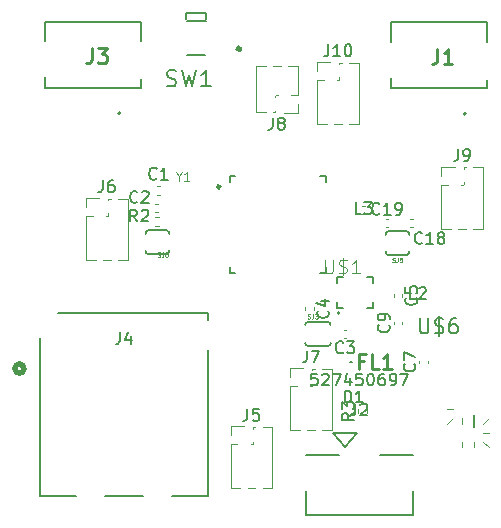
<source format=gbr>
%TF.GenerationSoftware,KiCad,Pcbnew,7.0.1*%
%TF.CreationDate,2023-05-03T15:55:27+02:00*%
%TF.ProjectId,board,626f6172-642e-46b6-9963-61645f706362,rev?*%
%TF.SameCoordinates,Original*%
%TF.FileFunction,Legend,Top*%
%TF.FilePolarity,Positive*%
%FSLAX46Y46*%
G04 Gerber Fmt 4.6, Leading zero omitted, Abs format (unit mm)*
G04 Created by KiCad (PCBNEW 7.0.1) date 2023-05-03 15:55:27*
%MOMM*%
%LPD*%
G01*
G04 APERTURE LIST*
%ADD10C,0.150000*%
%ADD11C,0.065024*%
%ADD12C,0.254000*%
%ADD13C,0.032512*%
%ADD14C,0.101600*%
%ADD15C,0.100000*%
%ADD16C,0.200000*%
%ADD17C,0.120000*%
%ADD18C,0.203200*%
%ADD19C,0.152400*%
%ADD20C,0.127000*%
%ADD21C,0.406400*%
%ADD22C,0.300000*%
%ADD23C,0.508000*%
G04 APERTURE END LIST*
D10*
%TO.C,U$6*%
X250227618Y-86242526D02*
X250227618Y-87270621D01*
X250227618Y-87270621D02*
X250288095Y-87391573D01*
X250288095Y-87391573D02*
X250348571Y-87452050D01*
X250348571Y-87452050D02*
X250469523Y-87512526D01*
X250469523Y-87512526D02*
X250711428Y-87512526D01*
X250711428Y-87512526D02*
X250832380Y-87452050D01*
X250832380Y-87452050D02*
X250892857Y-87391573D01*
X250892857Y-87391573D02*
X250953333Y-87270621D01*
X250953333Y-87270621D02*
X250953333Y-86242526D01*
X251497618Y-87452050D02*
X251679047Y-87512526D01*
X251679047Y-87512526D02*
X251981428Y-87512526D01*
X251981428Y-87512526D02*
X252102380Y-87452050D01*
X252102380Y-87452050D02*
X252162856Y-87391573D01*
X252162856Y-87391573D02*
X252223333Y-87270621D01*
X252223333Y-87270621D02*
X252223333Y-87149669D01*
X252223333Y-87149669D02*
X252162856Y-87028716D01*
X252162856Y-87028716D02*
X252102380Y-86968240D01*
X252102380Y-86968240D02*
X251981428Y-86907764D01*
X251981428Y-86907764D02*
X251739523Y-86847288D01*
X251739523Y-86847288D02*
X251618571Y-86786811D01*
X251618571Y-86786811D02*
X251558094Y-86726335D01*
X251558094Y-86726335D02*
X251497618Y-86605383D01*
X251497618Y-86605383D02*
X251497618Y-86484430D01*
X251497618Y-86484430D02*
X251558094Y-86363478D01*
X251558094Y-86363478D02*
X251618571Y-86303002D01*
X251618571Y-86303002D02*
X251739523Y-86242526D01*
X251739523Y-86242526D02*
X252041904Y-86242526D01*
X252041904Y-86242526D02*
X252223333Y-86303002D01*
X251860475Y-86061097D02*
X251860475Y-87693954D01*
X253311904Y-86242526D02*
X253069999Y-86242526D01*
X253069999Y-86242526D02*
X252949047Y-86303002D01*
X252949047Y-86303002D02*
X252888571Y-86363478D01*
X252888571Y-86363478D02*
X252767618Y-86544907D01*
X252767618Y-86544907D02*
X252707142Y-86786811D01*
X252707142Y-86786811D02*
X252707142Y-87270621D01*
X252707142Y-87270621D02*
X252767618Y-87391573D01*
X252767618Y-87391573D02*
X252828095Y-87452050D01*
X252828095Y-87452050D02*
X252949047Y-87512526D01*
X252949047Y-87512526D02*
X253190952Y-87512526D01*
X253190952Y-87512526D02*
X253311904Y-87452050D01*
X253311904Y-87452050D02*
X253372380Y-87391573D01*
X253372380Y-87391573D02*
X253432857Y-87270621D01*
X253432857Y-87270621D02*
X253432857Y-86968240D01*
X253432857Y-86968240D02*
X253372380Y-86847288D01*
X253372380Y-86847288D02*
X253311904Y-86786811D01*
X253311904Y-86786811D02*
X253190952Y-86726335D01*
X253190952Y-86726335D02*
X252949047Y-86726335D01*
X252949047Y-86726335D02*
X252828095Y-86786811D01*
X252828095Y-86786811D02*
X252767618Y-86847288D01*
X252767618Y-86847288D02*
X252707142Y-86968240D01*
%TO.C,C4*%
X242427380Y-85591666D02*
X242475000Y-85639285D01*
X242475000Y-85639285D02*
X242522619Y-85782142D01*
X242522619Y-85782142D02*
X242522619Y-85877380D01*
X242522619Y-85877380D02*
X242475000Y-86020237D01*
X242475000Y-86020237D02*
X242379761Y-86115475D01*
X242379761Y-86115475D02*
X242284523Y-86163094D01*
X242284523Y-86163094D02*
X242094047Y-86210713D01*
X242094047Y-86210713D02*
X241951190Y-86210713D01*
X241951190Y-86210713D02*
X241760714Y-86163094D01*
X241760714Y-86163094D02*
X241665476Y-86115475D01*
X241665476Y-86115475D02*
X241570238Y-86020237D01*
X241570238Y-86020237D02*
X241522619Y-85877380D01*
X241522619Y-85877380D02*
X241522619Y-85782142D01*
X241522619Y-85782142D02*
X241570238Y-85639285D01*
X241570238Y-85639285D02*
X241617857Y-85591666D01*
X241855952Y-84734523D02*
X242522619Y-84734523D01*
X241475000Y-84972618D02*
X242189285Y-85210713D01*
X242189285Y-85210713D02*
X242189285Y-84591666D01*
D11*
%TO.C,Y1*%
X229820475Y-74227403D02*
X229820475Y-74583487D01*
X229571216Y-73835711D02*
X229820475Y-74227403D01*
X229820475Y-74227403D02*
X230069734Y-73835711D01*
X230710685Y-74583487D02*
X230283384Y-74583487D01*
X230497034Y-74583487D02*
X230497034Y-73835711D01*
X230497034Y-73835711D02*
X230425818Y-73942536D01*
X230425818Y-73942536D02*
X230354601Y-74013753D01*
X230354601Y-74013753D02*
X230283384Y-74049361D01*
D12*
%TO.C,J1*%
X251716757Y-63430556D02*
X251716757Y-64337699D01*
X251716757Y-64337699D02*
X251656280Y-64519127D01*
X251656280Y-64519127D02*
X251535328Y-64640080D01*
X251535328Y-64640080D02*
X251353899Y-64700556D01*
X251353899Y-64700556D02*
X251232947Y-64700556D01*
X252986757Y-64700556D02*
X252261042Y-64700556D01*
X252623899Y-64700556D02*
X252623899Y-63430556D01*
X252623899Y-63430556D02*
X252502947Y-63611984D01*
X252502947Y-63611984D02*
X252381995Y-63732937D01*
X252381995Y-63732937D02*
X252261042Y-63793413D01*
D10*
%TO.C,C18*%
X250407142Y-79842380D02*
X250359523Y-79890000D01*
X250359523Y-79890000D02*
X250216666Y-79937619D01*
X250216666Y-79937619D02*
X250121428Y-79937619D01*
X250121428Y-79937619D02*
X249978571Y-79890000D01*
X249978571Y-79890000D02*
X249883333Y-79794761D01*
X249883333Y-79794761D02*
X249835714Y-79699523D01*
X249835714Y-79699523D02*
X249788095Y-79509047D01*
X249788095Y-79509047D02*
X249788095Y-79366190D01*
X249788095Y-79366190D02*
X249835714Y-79175714D01*
X249835714Y-79175714D02*
X249883333Y-79080476D01*
X249883333Y-79080476D02*
X249978571Y-78985238D01*
X249978571Y-78985238D02*
X250121428Y-78937619D01*
X250121428Y-78937619D02*
X250216666Y-78937619D01*
X250216666Y-78937619D02*
X250359523Y-78985238D01*
X250359523Y-78985238D02*
X250407142Y-79032857D01*
X251359523Y-79937619D02*
X250788095Y-79937619D01*
X251073809Y-79937619D02*
X251073809Y-78937619D01*
X251073809Y-78937619D02*
X250978571Y-79080476D01*
X250978571Y-79080476D02*
X250883333Y-79175714D01*
X250883333Y-79175714D02*
X250788095Y-79223333D01*
X251930952Y-79366190D02*
X251835714Y-79318571D01*
X251835714Y-79318571D02*
X251788095Y-79270952D01*
X251788095Y-79270952D02*
X251740476Y-79175714D01*
X251740476Y-79175714D02*
X251740476Y-79128095D01*
X251740476Y-79128095D02*
X251788095Y-79032857D01*
X251788095Y-79032857D02*
X251835714Y-78985238D01*
X251835714Y-78985238D02*
X251930952Y-78937619D01*
X251930952Y-78937619D02*
X252121428Y-78937619D01*
X252121428Y-78937619D02*
X252216666Y-78985238D01*
X252216666Y-78985238D02*
X252264285Y-79032857D01*
X252264285Y-79032857D02*
X252311904Y-79128095D01*
X252311904Y-79128095D02*
X252311904Y-79175714D01*
X252311904Y-79175714D02*
X252264285Y-79270952D01*
X252264285Y-79270952D02*
X252216666Y-79318571D01*
X252216666Y-79318571D02*
X252121428Y-79366190D01*
X252121428Y-79366190D02*
X251930952Y-79366190D01*
X251930952Y-79366190D02*
X251835714Y-79413809D01*
X251835714Y-79413809D02*
X251788095Y-79461428D01*
X251788095Y-79461428D02*
X251740476Y-79556666D01*
X251740476Y-79556666D02*
X251740476Y-79747142D01*
X251740476Y-79747142D02*
X251788095Y-79842380D01*
X251788095Y-79842380D02*
X251835714Y-79890000D01*
X251835714Y-79890000D02*
X251930952Y-79937619D01*
X251930952Y-79937619D02*
X252121428Y-79937619D01*
X252121428Y-79937619D02*
X252216666Y-79890000D01*
X252216666Y-79890000D02*
X252264285Y-79842380D01*
X252264285Y-79842380D02*
X252311904Y-79747142D01*
X252311904Y-79747142D02*
X252311904Y-79556666D01*
X252311904Y-79556666D02*
X252264285Y-79461428D01*
X252264285Y-79461428D02*
X252216666Y-79413809D01*
X252216666Y-79413809D02*
X252121428Y-79366190D01*
%TO.C,C9*%
X247582380Y-86791666D02*
X247630000Y-86839285D01*
X247630000Y-86839285D02*
X247677619Y-86982142D01*
X247677619Y-86982142D02*
X247677619Y-87077380D01*
X247677619Y-87077380D02*
X247630000Y-87220237D01*
X247630000Y-87220237D02*
X247534761Y-87315475D01*
X247534761Y-87315475D02*
X247439523Y-87363094D01*
X247439523Y-87363094D02*
X247249047Y-87410713D01*
X247249047Y-87410713D02*
X247106190Y-87410713D01*
X247106190Y-87410713D02*
X246915714Y-87363094D01*
X246915714Y-87363094D02*
X246820476Y-87315475D01*
X246820476Y-87315475D02*
X246725238Y-87220237D01*
X246725238Y-87220237D02*
X246677619Y-87077380D01*
X246677619Y-87077380D02*
X246677619Y-86982142D01*
X246677619Y-86982142D02*
X246725238Y-86839285D01*
X246725238Y-86839285D02*
X246772857Y-86791666D01*
X247677619Y-86315475D02*
X247677619Y-86124999D01*
X247677619Y-86124999D02*
X247630000Y-86029761D01*
X247630000Y-86029761D02*
X247582380Y-85982142D01*
X247582380Y-85982142D02*
X247439523Y-85886904D01*
X247439523Y-85886904D02*
X247249047Y-85839285D01*
X247249047Y-85839285D02*
X246868095Y-85839285D01*
X246868095Y-85839285D02*
X246772857Y-85886904D01*
X246772857Y-85886904D02*
X246725238Y-85934523D01*
X246725238Y-85934523D02*
X246677619Y-86029761D01*
X246677619Y-86029761D02*
X246677619Y-86220237D01*
X246677619Y-86220237D02*
X246725238Y-86315475D01*
X246725238Y-86315475D02*
X246772857Y-86363094D01*
X246772857Y-86363094D02*
X246868095Y-86410713D01*
X246868095Y-86410713D02*
X247106190Y-86410713D01*
X247106190Y-86410713D02*
X247201428Y-86363094D01*
X247201428Y-86363094D02*
X247249047Y-86315475D01*
X247249047Y-86315475D02*
X247296666Y-86220237D01*
X247296666Y-86220237D02*
X247296666Y-86029761D01*
X247296666Y-86029761D02*
X247249047Y-85934523D01*
X247249047Y-85934523D02*
X247201428Y-85886904D01*
X247201428Y-85886904D02*
X247106190Y-85839285D01*
%TO.C,D1*%
X243861905Y-93362619D02*
X243861905Y-92362619D01*
X243861905Y-92362619D02*
X244100000Y-92362619D01*
X244100000Y-92362619D02*
X244242857Y-92410238D01*
X244242857Y-92410238D02*
X244338095Y-92505476D01*
X244338095Y-92505476D02*
X244385714Y-92600714D01*
X244385714Y-92600714D02*
X244433333Y-92791190D01*
X244433333Y-92791190D02*
X244433333Y-92934047D01*
X244433333Y-92934047D02*
X244385714Y-93124523D01*
X244385714Y-93124523D02*
X244338095Y-93219761D01*
X244338095Y-93219761D02*
X244242857Y-93315000D01*
X244242857Y-93315000D02*
X244100000Y-93362619D01*
X244100000Y-93362619D02*
X243861905Y-93362619D01*
X245385714Y-93362619D02*
X244814286Y-93362619D01*
X245100000Y-93362619D02*
X245100000Y-92362619D01*
X245100000Y-92362619D02*
X245004762Y-92505476D01*
X245004762Y-92505476D02*
X244909524Y-92600714D01*
X244909524Y-92600714D02*
X244814286Y-92648333D01*
D12*
%TO.C,J3*%
X222466757Y-63380556D02*
X222466757Y-64287699D01*
X222466757Y-64287699D02*
X222406280Y-64469127D01*
X222406280Y-64469127D02*
X222285328Y-64590080D01*
X222285328Y-64590080D02*
X222103899Y-64650556D01*
X222103899Y-64650556D02*
X221982947Y-64650556D01*
X222950566Y-63380556D02*
X223736757Y-63380556D01*
X223736757Y-63380556D02*
X223313423Y-63864365D01*
X223313423Y-63864365D02*
X223494852Y-63864365D01*
X223494852Y-63864365D02*
X223615804Y-63924841D01*
X223615804Y-63924841D02*
X223676280Y-63985318D01*
X223676280Y-63985318D02*
X223736757Y-64106270D01*
X223736757Y-64106270D02*
X223736757Y-64408651D01*
X223736757Y-64408651D02*
X223676280Y-64529603D01*
X223676280Y-64529603D02*
X223615804Y-64590080D01*
X223615804Y-64590080D02*
X223494852Y-64650556D01*
X223494852Y-64650556D02*
X223131995Y-64650556D01*
X223131995Y-64650556D02*
X223011042Y-64590080D01*
X223011042Y-64590080D02*
X222950566Y-64529603D01*
D10*
%TO.C,C2*%
X226308333Y-76367380D02*
X226260714Y-76415000D01*
X226260714Y-76415000D02*
X226117857Y-76462619D01*
X226117857Y-76462619D02*
X226022619Y-76462619D01*
X226022619Y-76462619D02*
X225879762Y-76415000D01*
X225879762Y-76415000D02*
X225784524Y-76319761D01*
X225784524Y-76319761D02*
X225736905Y-76224523D01*
X225736905Y-76224523D02*
X225689286Y-76034047D01*
X225689286Y-76034047D02*
X225689286Y-75891190D01*
X225689286Y-75891190D02*
X225736905Y-75700714D01*
X225736905Y-75700714D02*
X225784524Y-75605476D01*
X225784524Y-75605476D02*
X225879762Y-75510238D01*
X225879762Y-75510238D02*
X226022619Y-75462619D01*
X226022619Y-75462619D02*
X226117857Y-75462619D01*
X226117857Y-75462619D02*
X226260714Y-75510238D01*
X226260714Y-75510238D02*
X226308333Y-75557857D01*
X226689286Y-75557857D02*
X226736905Y-75510238D01*
X226736905Y-75510238D02*
X226832143Y-75462619D01*
X226832143Y-75462619D02*
X227070238Y-75462619D01*
X227070238Y-75462619D02*
X227165476Y-75510238D01*
X227165476Y-75510238D02*
X227213095Y-75557857D01*
X227213095Y-75557857D02*
X227260714Y-75653095D01*
X227260714Y-75653095D02*
X227260714Y-75748333D01*
X227260714Y-75748333D02*
X227213095Y-75891190D01*
X227213095Y-75891190D02*
X226641667Y-76462619D01*
X226641667Y-76462619D02*
X227260714Y-76462619D01*
D13*
%TO.C,SJ3*%
X240718716Y-86241440D02*
X240772129Y-86259244D01*
X240772129Y-86259244D02*
X240861150Y-86259244D01*
X240861150Y-86259244D02*
X240896758Y-86241440D01*
X240896758Y-86241440D02*
X240914562Y-86223635D01*
X240914562Y-86223635D02*
X240932367Y-86188027D01*
X240932367Y-86188027D02*
X240932367Y-86152419D01*
X240932367Y-86152419D02*
X240914562Y-86116810D01*
X240914562Y-86116810D02*
X240896758Y-86099006D01*
X240896758Y-86099006D02*
X240861150Y-86081202D01*
X240861150Y-86081202D02*
X240789933Y-86063398D01*
X240789933Y-86063398D02*
X240754325Y-86045593D01*
X240754325Y-86045593D02*
X240736520Y-86027789D01*
X240736520Y-86027789D02*
X240718716Y-85992181D01*
X240718716Y-85992181D02*
X240718716Y-85956572D01*
X240718716Y-85956572D02*
X240736520Y-85920964D01*
X240736520Y-85920964D02*
X240754325Y-85903160D01*
X240754325Y-85903160D02*
X240789933Y-85885356D01*
X240789933Y-85885356D02*
X240878954Y-85885356D01*
X240878954Y-85885356D02*
X240932367Y-85903160D01*
X241199430Y-85885356D02*
X241199430Y-86152419D01*
X241199430Y-86152419D02*
X241181625Y-86205831D01*
X241181625Y-86205831D02*
X241146017Y-86241440D01*
X241146017Y-86241440D02*
X241092604Y-86259244D01*
X241092604Y-86259244D02*
X241056996Y-86259244D01*
X241341863Y-85885356D02*
X241573318Y-85885356D01*
X241573318Y-85885356D02*
X241448688Y-86027789D01*
X241448688Y-86027789D02*
X241502101Y-86027789D01*
X241502101Y-86027789D02*
X241537709Y-86045593D01*
X241537709Y-86045593D02*
X241555513Y-86063398D01*
X241555513Y-86063398D02*
X241573318Y-86099006D01*
X241573318Y-86099006D02*
X241573318Y-86188027D01*
X241573318Y-86188027D02*
X241555513Y-86223635D01*
X241555513Y-86223635D02*
X241537709Y-86241440D01*
X241537709Y-86241440D02*
X241502101Y-86259244D01*
X241502101Y-86259244D02*
X241395276Y-86259244D01*
X241395276Y-86259244D02*
X241359667Y-86241440D01*
X241359667Y-86241440D02*
X241341863Y-86223635D01*
D10*
%TO.C,J8*%
X237781666Y-69257619D02*
X237781666Y-69971904D01*
X237781666Y-69971904D02*
X237734047Y-70114761D01*
X237734047Y-70114761D02*
X237638809Y-70210000D01*
X237638809Y-70210000D02*
X237495952Y-70257619D01*
X237495952Y-70257619D02*
X237400714Y-70257619D01*
X238400714Y-69686190D02*
X238305476Y-69638571D01*
X238305476Y-69638571D02*
X238257857Y-69590952D01*
X238257857Y-69590952D02*
X238210238Y-69495714D01*
X238210238Y-69495714D02*
X238210238Y-69448095D01*
X238210238Y-69448095D02*
X238257857Y-69352857D01*
X238257857Y-69352857D02*
X238305476Y-69305238D01*
X238305476Y-69305238D02*
X238400714Y-69257619D01*
X238400714Y-69257619D02*
X238591190Y-69257619D01*
X238591190Y-69257619D02*
X238686428Y-69305238D01*
X238686428Y-69305238D02*
X238734047Y-69352857D01*
X238734047Y-69352857D02*
X238781666Y-69448095D01*
X238781666Y-69448095D02*
X238781666Y-69495714D01*
X238781666Y-69495714D02*
X238734047Y-69590952D01*
X238734047Y-69590952D02*
X238686428Y-69638571D01*
X238686428Y-69638571D02*
X238591190Y-69686190D01*
X238591190Y-69686190D02*
X238400714Y-69686190D01*
X238400714Y-69686190D02*
X238305476Y-69733809D01*
X238305476Y-69733809D02*
X238257857Y-69781428D01*
X238257857Y-69781428D02*
X238210238Y-69876666D01*
X238210238Y-69876666D02*
X238210238Y-70067142D01*
X238210238Y-70067142D02*
X238257857Y-70162380D01*
X238257857Y-70162380D02*
X238305476Y-70210000D01*
X238305476Y-70210000D02*
X238400714Y-70257619D01*
X238400714Y-70257619D02*
X238591190Y-70257619D01*
X238591190Y-70257619D02*
X238686428Y-70210000D01*
X238686428Y-70210000D02*
X238734047Y-70162380D01*
X238734047Y-70162380D02*
X238781666Y-70067142D01*
X238781666Y-70067142D02*
X238781666Y-69876666D01*
X238781666Y-69876666D02*
X238734047Y-69781428D01*
X238734047Y-69781428D02*
X238686428Y-69733809D01*
X238686428Y-69733809D02*
X238591190Y-69686190D01*
%TO.C,R3*%
X244642619Y-94266666D02*
X244166428Y-94599999D01*
X244642619Y-94838094D02*
X243642619Y-94838094D01*
X243642619Y-94838094D02*
X243642619Y-94457142D01*
X243642619Y-94457142D02*
X243690238Y-94361904D01*
X243690238Y-94361904D02*
X243737857Y-94314285D01*
X243737857Y-94314285D02*
X243833095Y-94266666D01*
X243833095Y-94266666D02*
X243975952Y-94266666D01*
X243975952Y-94266666D02*
X244071190Y-94314285D01*
X244071190Y-94314285D02*
X244118809Y-94361904D01*
X244118809Y-94361904D02*
X244166428Y-94457142D01*
X244166428Y-94457142D02*
X244166428Y-94838094D01*
X243642619Y-93933332D02*
X243642619Y-93314285D01*
X243642619Y-93314285D02*
X244023571Y-93647618D01*
X244023571Y-93647618D02*
X244023571Y-93504761D01*
X244023571Y-93504761D02*
X244071190Y-93409523D01*
X244071190Y-93409523D02*
X244118809Y-93361904D01*
X244118809Y-93361904D02*
X244214047Y-93314285D01*
X244214047Y-93314285D02*
X244452142Y-93314285D01*
X244452142Y-93314285D02*
X244547380Y-93361904D01*
X244547380Y-93361904D02*
X244595000Y-93409523D01*
X244595000Y-93409523D02*
X244642619Y-93504761D01*
X244642619Y-93504761D02*
X244642619Y-93790475D01*
X244642619Y-93790475D02*
X244595000Y-93885713D01*
X244595000Y-93885713D02*
X244547380Y-93933332D01*
%TO.C,J2*%
X244766666Y-93462619D02*
X244766666Y-94176904D01*
X244766666Y-94176904D02*
X244719047Y-94319761D01*
X244719047Y-94319761D02*
X244623809Y-94415000D01*
X244623809Y-94415000D02*
X244480952Y-94462619D01*
X244480952Y-94462619D02*
X244385714Y-94462619D01*
X245195238Y-93557857D02*
X245242857Y-93510238D01*
X245242857Y-93510238D02*
X245338095Y-93462619D01*
X245338095Y-93462619D02*
X245576190Y-93462619D01*
X245576190Y-93462619D02*
X245671428Y-93510238D01*
X245671428Y-93510238D02*
X245719047Y-93557857D01*
X245719047Y-93557857D02*
X245766666Y-93653095D01*
X245766666Y-93653095D02*
X245766666Y-93748333D01*
X245766666Y-93748333D02*
X245719047Y-93891190D01*
X245719047Y-93891190D02*
X245147619Y-94462619D01*
X245147619Y-94462619D02*
X245766666Y-94462619D01*
X241528571Y-90922619D02*
X241052381Y-90922619D01*
X241052381Y-90922619D02*
X241004762Y-91398809D01*
X241004762Y-91398809D02*
X241052381Y-91351190D01*
X241052381Y-91351190D02*
X241147619Y-91303571D01*
X241147619Y-91303571D02*
X241385714Y-91303571D01*
X241385714Y-91303571D02*
X241480952Y-91351190D01*
X241480952Y-91351190D02*
X241528571Y-91398809D01*
X241528571Y-91398809D02*
X241576190Y-91494047D01*
X241576190Y-91494047D02*
X241576190Y-91732142D01*
X241576190Y-91732142D02*
X241528571Y-91827380D01*
X241528571Y-91827380D02*
X241480952Y-91875000D01*
X241480952Y-91875000D02*
X241385714Y-91922619D01*
X241385714Y-91922619D02*
X241147619Y-91922619D01*
X241147619Y-91922619D02*
X241052381Y-91875000D01*
X241052381Y-91875000D02*
X241004762Y-91827380D01*
X241957143Y-91017857D02*
X242004762Y-90970238D01*
X242004762Y-90970238D02*
X242100000Y-90922619D01*
X242100000Y-90922619D02*
X242338095Y-90922619D01*
X242338095Y-90922619D02*
X242433333Y-90970238D01*
X242433333Y-90970238D02*
X242480952Y-91017857D01*
X242480952Y-91017857D02*
X242528571Y-91113095D01*
X242528571Y-91113095D02*
X242528571Y-91208333D01*
X242528571Y-91208333D02*
X242480952Y-91351190D01*
X242480952Y-91351190D02*
X241909524Y-91922619D01*
X241909524Y-91922619D02*
X242528571Y-91922619D01*
X242861905Y-90922619D02*
X243528571Y-90922619D01*
X243528571Y-90922619D02*
X243100000Y-91922619D01*
X244338095Y-91255952D02*
X244338095Y-91922619D01*
X244100000Y-90875000D02*
X243861905Y-91589285D01*
X243861905Y-91589285D02*
X244480952Y-91589285D01*
X245338095Y-90922619D02*
X244861905Y-90922619D01*
X244861905Y-90922619D02*
X244814286Y-91398809D01*
X244814286Y-91398809D02*
X244861905Y-91351190D01*
X244861905Y-91351190D02*
X244957143Y-91303571D01*
X244957143Y-91303571D02*
X245195238Y-91303571D01*
X245195238Y-91303571D02*
X245290476Y-91351190D01*
X245290476Y-91351190D02*
X245338095Y-91398809D01*
X245338095Y-91398809D02*
X245385714Y-91494047D01*
X245385714Y-91494047D02*
X245385714Y-91732142D01*
X245385714Y-91732142D02*
X245338095Y-91827380D01*
X245338095Y-91827380D02*
X245290476Y-91875000D01*
X245290476Y-91875000D02*
X245195238Y-91922619D01*
X245195238Y-91922619D02*
X244957143Y-91922619D01*
X244957143Y-91922619D02*
X244861905Y-91875000D01*
X244861905Y-91875000D02*
X244814286Y-91827380D01*
X246004762Y-90922619D02*
X246100000Y-90922619D01*
X246100000Y-90922619D02*
X246195238Y-90970238D01*
X246195238Y-90970238D02*
X246242857Y-91017857D01*
X246242857Y-91017857D02*
X246290476Y-91113095D01*
X246290476Y-91113095D02*
X246338095Y-91303571D01*
X246338095Y-91303571D02*
X246338095Y-91541666D01*
X246338095Y-91541666D02*
X246290476Y-91732142D01*
X246290476Y-91732142D02*
X246242857Y-91827380D01*
X246242857Y-91827380D02*
X246195238Y-91875000D01*
X246195238Y-91875000D02*
X246100000Y-91922619D01*
X246100000Y-91922619D02*
X246004762Y-91922619D01*
X246004762Y-91922619D02*
X245909524Y-91875000D01*
X245909524Y-91875000D02*
X245861905Y-91827380D01*
X245861905Y-91827380D02*
X245814286Y-91732142D01*
X245814286Y-91732142D02*
X245766667Y-91541666D01*
X245766667Y-91541666D02*
X245766667Y-91303571D01*
X245766667Y-91303571D02*
X245814286Y-91113095D01*
X245814286Y-91113095D02*
X245861905Y-91017857D01*
X245861905Y-91017857D02*
X245909524Y-90970238D01*
X245909524Y-90970238D02*
X246004762Y-90922619D01*
X247195238Y-90922619D02*
X247004762Y-90922619D01*
X247004762Y-90922619D02*
X246909524Y-90970238D01*
X246909524Y-90970238D02*
X246861905Y-91017857D01*
X246861905Y-91017857D02*
X246766667Y-91160714D01*
X246766667Y-91160714D02*
X246719048Y-91351190D01*
X246719048Y-91351190D02*
X246719048Y-91732142D01*
X246719048Y-91732142D02*
X246766667Y-91827380D01*
X246766667Y-91827380D02*
X246814286Y-91875000D01*
X246814286Y-91875000D02*
X246909524Y-91922619D01*
X246909524Y-91922619D02*
X247100000Y-91922619D01*
X247100000Y-91922619D02*
X247195238Y-91875000D01*
X247195238Y-91875000D02*
X247242857Y-91827380D01*
X247242857Y-91827380D02*
X247290476Y-91732142D01*
X247290476Y-91732142D02*
X247290476Y-91494047D01*
X247290476Y-91494047D02*
X247242857Y-91398809D01*
X247242857Y-91398809D02*
X247195238Y-91351190D01*
X247195238Y-91351190D02*
X247100000Y-91303571D01*
X247100000Y-91303571D02*
X246909524Y-91303571D01*
X246909524Y-91303571D02*
X246814286Y-91351190D01*
X246814286Y-91351190D02*
X246766667Y-91398809D01*
X246766667Y-91398809D02*
X246719048Y-91494047D01*
X247766667Y-91922619D02*
X247957143Y-91922619D01*
X247957143Y-91922619D02*
X248052381Y-91875000D01*
X248052381Y-91875000D02*
X248100000Y-91827380D01*
X248100000Y-91827380D02*
X248195238Y-91684523D01*
X248195238Y-91684523D02*
X248242857Y-91494047D01*
X248242857Y-91494047D02*
X248242857Y-91113095D01*
X248242857Y-91113095D02*
X248195238Y-91017857D01*
X248195238Y-91017857D02*
X248147619Y-90970238D01*
X248147619Y-90970238D02*
X248052381Y-90922619D01*
X248052381Y-90922619D02*
X247861905Y-90922619D01*
X247861905Y-90922619D02*
X247766667Y-90970238D01*
X247766667Y-90970238D02*
X247719048Y-91017857D01*
X247719048Y-91017857D02*
X247671429Y-91113095D01*
X247671429Y-91113095D02*
X247671429Y-91351190D01*
X247671429Y-91351190D02*
X247719048Y-91446428D01*
X247719048Y-91446428D02*
X247766667Y-91494047D01*
X247766667Y-91494047D02*
X247861905Y-91541666D01*
X247861905Y-91541666D02*
X248052381Y-91541666D01*
X248052381Y-91541666D02*
X248147619Y-91494047D01*
X248147619Y-91494047D02*
X248195238Y-91446428D01*
X248195238Y-91446428D02*
X248242857Y-91351190D01*
X248576191Y-90922619D02*
X249242857Y-90922619D01*
X249242857Y-90922619D02*
X248814286Y-91922619D01*
%TO.C,C19*%
X246807142Y-77357380D02*
X246759523Y-77405000D01*
X246759523Y-77405000D02*
X246616666Y-77452619D01*
X246616666Y-77452619D02*
X246521428Y-77452619D01*
X246521428Y-77452619D02*
X246378571Y-77405000D01*
X246378571Y-77405000D02*
X246283333Y-77309761D01*
X246283333Y-77309761D02*
X246235714Y-77214523D01*
X246235714Y-77214523D02*
X246188095Y-77024047D01*
X246188095Y-77024047D02*
X246188095Y-76881190D01*
X246188095Y-76881190D02*
X246235714Y-76690714D01*
X246235714Y-76690714D02*
X246283333Y-76595476D01*
X246283333Y-76595476D02*
X246378571Y-76500238D01*
X246378571Y-76500238D02*
X246521428Y-76452619D01*
X246521428Y-76452619D02*
X246616666Y-76452619D01*
X246616666Y-76452619D02*
X246759523Y-76500238D01*
X246759523Y-76500238D02*
X246807142Y-76547857D01*
X247759523Y-77452619D02*
X247188095Y-77452619D01*
X247473809Y-77452619D02*
X247473809Y-76452619D01*
X247473809Y-76452619D02*
X247378571Y-76595476D01*
X247378571Y-76595476D02*
X247283333Y-76690714D01*
X247283333Y-76690714D02*
X247188095Y-76738333D01*
X248235714Y-77452619D02*
X248426190Y-77452619D01*
X248426190Y-77452619D02*
X248521428Y-77405000D01*
X248521428Y-77405000D02*
X248569047Y-77357380D01*
X248569047Y-77357380D02*
X248664285Y-77214523D01*
X248664285Y-77214523D02*
X248711904Y-77024047D01*
X248711904Y-77024047D02*
X248711904Y-76643095D01*
X248711904Y-76643095D02*
X248664285Y-76547857D01*
X248664285Y-76547857D02*
X248616666Y-76500238D01*
X248616666Y-76500238D02*
X248521428Y-76452619D01*
X248521428Y-76452619D02*
X248330952Y-76452619D01*
X248330952Y-76452619D02*
X248235714Y-76500238D01*
X248235714Y-76500238D02*
X248188095Y-76547857D01*
X248188095Y-76547857D02*
X248140476Y-76643095D01*
X248140476Y-76643095D02*
X248140476Y-76881190D01*
X248140476Y-76881190D02*
X248188095Y-76976428D01*
X248188095Y-76976428D02*
X248235714Y-77024047D01*
X248235714Y-77024047D02*
X248330952Y-77071666D01*
X248330952Y-77071666D02*
X248521428Y-77071666D01*
X248521428Y-77071666D02*
X248616666Y-77024047D01*
X248616666Y-77024047D02*
X248664285Y-76976428D01*
X248664285Y-76976428D02*
X248711904Y-76881190D01*
%TO.C,SW1*%
X228798333Y-66535000D02*
X228998333Y-66601666D01*
X228998333Y-66601666D02*
X229331667Y-66601666D01*
X229331667Y-66601666D02*
X229465000Y-66535000D01*
X229465000Y-66535000D02*
X229531667Y-66468333D01*
X229531667Y-66468333D02*
X229598333Y-66335000D01*
X229598333Y-66335000D02*
X229598333Y-66201666D01*
X229598333Y-66201666D02*
X229531667Y-66068333D01*
X229531667Y-66068333D02*
X229465000Y-66001666D01*
X229465000Y-66001666D02*
X229331667Y-65935000D01*
X229331667Y-65935000D02*
X229065000Y-65868333D01*
X229065000Y-65868333D02*
X228931667Y-65801666D01*
X228931667Y-65801666D02*
X228865000Y-65735000D01*
X228865000Y-65735000D02*
X228798333Y-65601666D01*
X228798333Y-65601666D02*
X228798333Y-65468333D01*
X228798333Y-65468333D02*
X228865000Y-65335000D01*
X228865000Y-65335000D02*
X228931667Y-65268333D01*
X228931667Y-65268333D02*
X229065000Y-65201666D01*
X229065000Y-65201666D02*
X229398333Y-65201666D01*
X229398333Y-65201666D02*
X229598333Y-65268333D01*
X230065000Y-65201666D02*
X230398333Y-66601666D01*
X230398333Y-66601666D02*
X230665000Y-65601666D01*
X230665000Y-65601666D02*
X230931666Y-66601666D01*
X230931666Y-66601666D02*
X231265000Y-65201666D01*
X232531666Y-66601666D02*
X231731666Y-66601666D01*
X232131666Y-66601666D02*
X232131666Y-65201666D01*
X232131666Y-65201666D02*
X231998333Y-65401666D01*
X231998333Y-65401666D02*
X231865000Y-65535000D01*
X231865000Y-65535000D02*
X231731666Y-65601666D01*
%TO.C,J9*%
X253476666Y-71917619D02*
X253476666Y-72631904D01*
X253476666Y-72631904D02*
X253429047Y-72774761D01*
X253429047Y-72774761D02*
X253333809Y-72870000D01*
X253333809Y-72870000D02*
X253190952Y-72917619D01*
X253190952Y-72917619D02*
X253095714Y-72917619D01*
X254000476Y-72917619D02*
X254190952Y-72917619D01*
X254190952Y-72917619D02*
X254286190Y-72870000D01*
X254286190Y-72870000D02*
X254333809Y-72822380D01*
X254333809Y-72822380D02*
X254429047Y-72679523D01*
X254429047Y-72679523D02*
X254476666Y-72489047D01*
X254476666Y-72489047D02*
X254476666Y-72108095D01*
X254476666Y-72108095D02*
X254429047Y-72012857D01*
X254429047Y-72012857D02*
X254381428Y-71965238D01*
X254381428Y-71965238D02*
X254286190Y-71917619D01*
X254286190Y-71917619D02*
X254095714Y-71917619D01*
X254095714Y-71917619D02*
X254000476Y-71965238D01*
X254000476Y-71965238D02*
X253952857Y-72012857D01*
X253952857Y-72012857D02*
X253905238Y-72108095D01*
X253905238Y-72108095D02*
X253905238Y-72346190D01*
X253905238Y-72346190D02*
X253952857Y-72441428D01*
X253952857Y-72441428D02*
X254000476Y-72489047D01*
X254000476Y-72489047D02*
X254095714Y-72536666D01*
X254095714Y-72536666D02*
X254286190Y-72536666D01*
X254286190Y-72536666D02*
X254381428Y-72489047D01*
X254381428Y-72489047D02*
X254429047Y-72441428D01*
X254429047Y-72441428D02*
X254476666Y-72346190D01*
D13*
%TO.C,SJ5*%
X247896216Y-81461440D02*
X247949629Y-81479244D01*
X247949629Y-81479244D02*
X248038650Y-81479244D01*
X248038650Y-81479244D02*
X248074258Y-81461440D01*
X248074258Y-81461440D02*
X248092062Y-81443635D01*
X248092062Y-81443635D02*
X248109867Y-81408027D01*
X248109867Y-81408027D02*
X248109867Y-81372419D01*
X248109867Y-81372419D02*
X248092062Y-81336810D01*
X248092062Y-81336810D02*
X248074258Y-81319006D01*
X248074258Y-81319006D02*
X248038650Y-81301202D01*
X248038650Y-81301202D02*
X247967433Y-81283398D01*
X247967433Y-81283398D02*
X247931825Y-81265593D01*
X247931825Y-81265593D02*
X247914020Y-81247789D01*
X247914020Y-81247789D02*
X247896216Y-81212181D01*
X247896216Y-81212181D02*
X247896216Y-81176572D01*
X247896216Y-81176572D02*
X247914020Y-81140964D01*
X247914020Y-81140964D02*
X247931825Y-81123160D01*
X247931825Y-81123160D02*
X247967433Y-81105356D01*
X247967433Y-81105356D02*
X248056454Y-81105356D01*
X248056454Y-81105356D02*
X248109867Y-81123160D01*
X248376930Y-81105356D02*
X248376930Y-81372419D01*
X248376930Y-81372419D02*
X248359125Y-81425831D01*
X248359125Y-81425831D02*
X248323517Y-81461440D01*
X248323517Y-81461440D02*
X248270104Y-81479244D01*
X248270104Y-81479244D02*
X248234496Y-81479244D01*
X248733013Y-81105356D02*
X248554971Y-81105356D01*
X248554971Y-81105356D02*
X248537167Y-81283398D01*
X248537167Y-81283398D02*
X248554971Y-81265593D01*
X248554971Y-81265593D02*
X248590580Y-81247789D01*
X248590580Y-81247789D02*
X248679601Y-81247789D01*
X248679601Y-81247789D02*
X248715209Y-81265593D01*
X248715209Y-81265593D02*
X248733013Y-81283398D01*
X248733013Y-81283398D02*
X248750818Y-81319006D01*
X248750818Y-81319006D02*
X248750818Y-81408027D01*
X248750818Y-81408027D02*
X248733013Y-81443635D01*
X248733013Y-81443635D02*
X248715209Y-81461440D01*
X248715209Y-81461440D02*
X248679601Y-81479244D01*
X248679601Y-81479244D02*
X248590580Y-81479244D01*
X248590580Y-81479244D02*
X248554971Y-81461440D01*
X248554971Y-81461440D02*
X248537167Y-81443635D01*
D10*
%TO.C,C7*%
X249757380Y-90091666D02*
X249805000Y-90139285D01*
X249805000Y-90139285D02*
X249852619Y-90282142D01*
X249852619Y-90282142D02*
X249852619Y-90377380D01*
X249852619Y-90377380D02*
X249805000Y-90520237D01*
X249805000Y-90520237D02*
X249709761Y-90615475D01*
X249709761Y-90615475D02*
X249614523Y-90663094D01*
X249614523Y-90663094D02*
X249424047Y-90710713D01*
X249424047Y-90710713D02*
X249281190Y-90710713D01*
X249281190Y-90710713D02*
X249090714Y-90663094D01*
X249090714Y-90663094D02*
X248995476Y-90615475D01*
X248995476Y-90615475D02*
X248900238Y-90520237D01*
X248900238Y-90520237D02*
X248852619Y-90377380D01*
X248852619Y-90377380D02*
X248852619Y-90282142D01*
X248852619Y-90282142D02*
X248900238Y-90139285D01*
X248900238Y-90139285D02*
X248947857Y-90091666D01*
X248852619Y-89758332D02*
X248852619Y-89091666D01*
X248852619Y-89091666D02*
X249852619Y-89520237D01*
D14*
%TO.C,U$1*%
X242203190Y-81263610D02*
X242203190Y-82209457D01*
X242203190Y-82209457D02*
X242258828Y-82320733D01*
X242258828Y-82320733D02*
X242314466Y-82376372D01*
X242314466Y-82376372D02*
X242425742Y-82432010D01*
X242425742Y-82432010D02*
X242648295Y-82432010D01*
X242648295Y-82432010D02*
X242759571Y-82376372D01*
X242759571Y-82376372D02*
X242815209Y-82320733D01*
X242815209Y-82320733D02*
X242870847Y-82209457D01*
X242870847Y-82209457D02*
X242870847Y-81263610D01*
X243371590Y-82376372D02*
X243538504Y-82432010D01*
X243538504Y-82432010D02*
X243816695Y-82432010D01*
X243816695Y-82432010D02*
X243927971Y-82376372D01*
X243927971Y-82376372D02*
X243983609Y-82320733D01*
X243983609Y-82320733D02*
X244039247Y-82209457D01*
X244039247Y-82209457D02*
X244039247Y-82098181D01*
X244039247Y-82098181D02*
X243983609Y-81986905D01*
X243983609Y-81986905D02*
X243927971Y-81931267D01*
X243927971Y-81931267D02*
X243816695Y-81875629D01*
X243816695Y-81875629D02*
X243594142Y-81819991D01*
X243594142Y-81819991D02*
X243482866Y-81764352D01*
X243482866Y-81764352D02*
X243427228Y-81708714D01*
X243427228Y-81708714D02*
X243371590Y-81597438D01*
X243371590Y-81597438D02*
X243371590Y-81486162D01*
X243371590Y-81486162D02*
X243427228Y-81374886D01*
X243427228Y-81374886D02*
X243482866Y-81319248D01*
X243482866Y-81319248D02*
X243594142Y-81263610D01*
X243594142Y-81263610D02*
X243872333Y-81263610D01*
X243872333Y-81263610D02*
X244039247Y-81319248D01*
X243705418Y-81096695D02*
X243705418Y-82598924D01*
X245152009Y-82432010D02*
X244484352Y-82432010D01*
X244818180Y-82432010D02*
X244818180Y-81263610D01*
X244818180Y-81263610D02*
X244706904Y-81430524D01*
X244706904Y-81430524D02*
X244595628Y-81541800D01*
X244595628Y-81541800D02*
X244484352Y-81597438D01*
D10*
%TO.C,R2*%
X226283333Y-78037619D02*
X225950000Y-77561428D01*
X225711905Y-78037619D02*
X225711905Y-77037619D01*
X225711905Y-77037619D02*
X226092857Y-77037619D01*
X226092857Y-77037619D02*
X226188095Y-77085238D01*
X226188095Y-77085238D02*
X226235714Y-77132857D01*
X226235714Y-77132857D02*
X226283333Y-77228095D01*
X226283333Y-77228095D02*
X226283333Y-77370952D01*
X226283333Y-77370952D02*
X226235714Y-77466190D01*
X226235714Y-77466190D02*
X226188095Y-77513809D01*
X226188095Y-77513809D02*
X226092857Y-77561428D01*
X226092857Y-77561428D02*
X225711905Y-77561428D01*
X226664286Y-77132857D02*
X226711905Y-77085238D01*
X226711905Y-77085238D02*
X226807143Y-77037619D01*
X226807143Y-77037619D02*
X227045238Y-77037619D01*
X227045238Y-77037619D02*
X227140476Y-77085238D01*
X227140476Y-77085238D02*
X227188095Y-77132857D01*
X227188095Y-77132857D02*
X227235714Y-77228095D01*
X227235714Y-77228095D02*
X227235714Y-77323333D01*
X227235714Y-77323333D02*
X227188095Y-77466190D01*
X227188095Y-77466190D02*
X226616667Y-78037619D01*
X226616667Y-78037619D02*
X227235714Y-78037619D01*
%TO.C,J6*%
X223381666Y-74557619D02*
X223381666Y-75271904D01*
X223381666Y-75271904D02*
X223334047Y-75414761D01*
X223334047Y-75414761D02*
X223238809Y-75510000D01*
X223238809Y-75510000D02*
X223095952Y-75557619D01*
X223095952Y-75557619D02*
X223000714Y-75557619D01*
X224286428Y-74557619D02*
X224095952Y-74557619D01*
X224095952Y-74557619D02*
X224000714Y-74605238D01*
X224000714Y-74605238D02*
X223953095Y-74652857D01*
X223953095Y-74652857D02*
X223857857Y-74795714D01*
X223857857Y-74795714D02*
X223810238Y-74986190D01*
X223810238Y-74986190D02*
X223810238Y-75367142D01*
X223810238Y-75367142D02*
X223857857Y-75462380D01*
X223857857Y-75462380D02*
X223905476Y-75510000D01*
X223905476Y-75510000D02*
X224000714Y-75557619D01*
X224000714Y-75557619D02*
X224191190Y-75557619D01*
X224191190Y-75557619D02*
X224286428Y-75510000D01*
X224286428Y-75510000D02*
X224334047Y-75462380D01*
X224334047Y-75462380D02*
X224381666Y-75367142D01*
X224381666Y-75367142D02*
X224381666Y-75129047D01*
X224381666Y-75129047D02*
X224334047Y-75033809D01*
X224334047Y-75033809D02*
X224286428Y-74986190D01*
X224286428Y-74986190D02*
X224191190Y-74938571D01*
X224191190Y-74938571D02*
X224000714Y-74938571D01*
X224000714Y-74938571D02*
X223905476Y-74986190D01*
X223905476Y-74986190D02*
X223857857Y-75033809D01*
X223857857Y-75033809D02*
X223810238Y-75129047D01*
%TO.C,C5*%
X249902380Y-84491666D02*
X249950000Y-84539285D01*
X249950000Y-84539285D02*
X249997619Y-84682142D01*
X249997619Y-84682142D02*
X249997619Y-84777380D01*
X249997619Y-84777380D02*
X249950000Y-84920237D01*
X249950000Y-84920237D02*
X249854761Y-85015475D01*
X249854761Y-85015475D02*
X249759523Y-85063094D01*
X249759523Y-85063094D02*
X249569047Y-85110713D01*
X249569047Y-85110713D02*
X249426190Y-85110713D01*
X249426190Y-85110713D02*
X249235714Y-85063094D01*
X249235714Y-85063094D02*
X249140476Y-85015475D01*
X249140476Y-85015475D02*
X249045238Y-84920237D01*
X249045238Y-84920237D02*
X248997619Y-84777380D01*
X248997619Y-84777380D02*
X248997619Y-84682142D01*
X248997619Y-84682142D02*
X249045238Y-84539285D01*
X249045238Y-84539285D02*
X249092857Y-84491666D01*
X248997619Y-83586904D02*
X248997619Y-84063094D01*
X248997619Y-84063094D02*
X249473809Y-84110713D01*
X249473809Y-84110713D02*
X249426190Y-84063094D01*
X249426190Y-84063094D02*
X249378571Y-83967856D01*
X249378571Y-83967856D02*
X249378571Y-83729761D01*
X249378571Y-83729761D02*
X249426190Y-83634523D01*
X249426190Y-83634523D02*
X249473809Y-83586904D01*
X249473809Y-83586904D02*
X249569047Y-83539285D01*
X249569047Y-83539285D02*
X249807142Y-83539285D01*
X249807142Y-83539285D02*
X249902380Y-83586904D01*
X249902380Y-83586904D02*
X249950000Y-83634523D01*
X249950000Y-83634523D02*
X249997619Y-83729761D01*
X249997619Y-83729761D02*
X249997619Y-83967856D01*
X249997619Y-83967856D02*
X249950000Y-84063094D01*
X249950000Y-84063094D02*
X249902380Y-84110713D01*
%TO.C,J10*%
X242480476Y-63052619D02*
X242480476Y-63766904D01*
X242480476Y-63766904D02*
X242432857Y-63909761D01*
X242432857Y-63909761D02*
X242337619Y-64005000D01*
X242337619Y-64005000D02*
X242194762Y-64052619D01*
X242194762Y-64052619D02*
X242099524Y-64052619D01*
X243480476Y-64052619D02*
X242909048Y-64052619D01*
X243194762Y-64052619D02*
X243194762Y-63052619D01*
X243194762Y-63052619D02*
X243099524Y-63195476D01*
X243099524Y-63195476D02*
X243004286Y-63290714D01*
X243004286Y-63290714D02*
X242909048Y-63338333D01*
X244099524Y-63052619D02*
X244194762Y-63052619D01*
X244194762Y-63052619D02*
X244290000Y-63100238D01*
X244290000Y-63100238D02*
X244337619Y-63147857D01*
X244337619Y-63147857D02*
X244385238Y-63243095D01*
X244385238Y-63243095D02*
X244432857Y-63433571D01*
X244432857Y-63433571D02*
X244432857Y-63671666D01*
X244432857Y-63671666D02*
X244385238Y-63862142D01*
X244385238Y-63862142D02*
X244337619Y-63957380D01*
X244337619Y-63957380D02*
X244290000Y-64005000D01*
X244290000Y-64005000D02*
X244194762Y-64052619D01*
X244194762Y-64052619D02*
X244099524Y-64052619D01*
X244099524Y-64052619D02*
X244004286Y-64005000D01*
X244004286Y-64005000D02*
X243956667Y-63957380D01*
X243956667Y-63957380D02*
X243909048Y-63862142D01*
X243909048Y-63862142D02*
X243861429Y-63671666D01*
X243861429Y-63671666D02*
X243861429Y-63433571D01*
X243861429Y-63433571D02*
X243909048Y-63243095D01*
X243909048Y-63243095D02*
X243956667Y-63147857D01*
X243956667Y-63147857D02*
X244004286Y-63100238D01*
X244004286Y-63100238D02*
X244099524Y-63052619D01*
D12*
%TO.C,FL1*%
X245481619Y-89847288D02*
X245058285Y-89847288D01*
X245058285Y-90512526D02*
X245058285Y-89242526D01*
X245058285Y-89242526D02*
X245663047Y-89242526D01*
X246751618Y-90512526D02*
X246146856Y-90512526D01*
X246146856Y-90512526D02*
X246146856Y-89242526D01*
X247840190Y-90512526D02*
X247114475Y-90512526D01*
X247477332Y-90512526D02*
X247477332Y-89242526D01*
X247477332Y-89242526D02*
X247356380Y-89423954D01*
X247356380Y-89423954D02*
X247235428Y-89544907D01*
X247235428Y-89544907D02*
X247114475Y-89605383D01*
D10*
%TO.C,L3*%
X245283333Y-77417619D02*
X244807143Y-77417619D01*
X244807143Y-77417619D02*
X244807143Y-76417619D01*
X245521429Y-76417619D02*
X246140476Y-76417619D01*
X246140476Y-76417619D02*
X245807143Y-76798571D01*
X245807143Y-76798571D02*
X245950000Y-76798571D01*
X245950000Y-76798571D02*
X246045238Y-76846190D01*
X246045238Y-76846190D02*
X246092857Y-76893809D01*
X246092857Y-76893809D02*
X246140476Y-76989047D01*
X246140476Y-76989047D02*
X246140476Y-77227142D01*
X246140476Y-77227142D02*
X246092857Y-77322380D01*
X246092857Y-77322380D02*
X246045238Y-77370000D01*
X246045238Y-77370000D02*
X245950000Y-77417619D01*
X245950000Y-77417619D02*
X245664286Y-77417619D01*
X245664286Y-77417619D02*
X245569048Y-77370000D01*
X245569048Y-77370000D02*
X245521429Y-77322380D01*
%TO.C,L2*%
X249883333Y-84617619D02*
X249407143Y-84617619D01*
X249407143Y-84617619D02*
X249407143Y-83617619D01*
X250169048Y-83712857D02*
X250216667Y-83665238D01*
X250216667Y-83665238D02*
X250311905Y-83617619D01*
X250311905Y-83617619D02*
X250550000Y-83617619D01*
X250550000Y-83617619D02*
X250645238Y-83665238D01*
X250645238Y-83665238D02*
X250692857Y-83712857D01*
X250692857Y-83712857D02*
X250740476Y-83808095D01*
X250740476Y-83808095D02*
X250740476Y-83903333D01*
X250740476Y-83903333D02*
X250692857Y-84046190D01*
X250692857Y-84046190D02*
X250121429Y-84617619D01*
X250121429Y-84617619D02*
X250740476Y-84617619D01*
%TO.C,C3*%
X243733333Y-89102380D02*
X243685714Y-89150000D01*
X243685714Y-89150000D02*
X243542857Y-89197619D01*
X243542857Y-89197619D02*
X243447619Y-89197619D01*
X243447619Y-89197619D02*
X243304762Y-89150000D01*
X243304762Y-89150000D02*
X243209524Y-89054761D01*
X243209524Y-89054761D02*
X243161905Y-88959523D01*
X243161905Y-88959523D02*
X243114286Y-88769047D01*
X243114286Y-88769047D02*
X243114286Y-88626190D01*
X243114286Y-88626190D02*
X243161905Y-88435714D01*
X243161905Y-88435714D02*
X243209524Y-88340476D01*
X243209524Y-88340476D02*
X243304762Y-88245238D01*
X243304762Y-88245238D02*
X243447619Y-88197619D01*
X243447619Y-88197619D02*
X243542857Y-88197619D01*
X243542857Y-88197619D02*
X243685714Y-88245238D01*
X243685714Y-88245238D02*
X243733333Y-88292857D01*
X244066667Y-88197619D02*
X244685714Y-88197619D01*
X244685714Y-88197619D02*
X244352381Y-88578571D01*
X244352381Y-88578571D02*
X244495238Y-88578571D01*
X244495238Y-88578571D02*
X244590476Y-88626190D01*
X244590476Y-88626190D02*
X244638095Y-88673809D01*
X244638095Y-88673809D02*
X244685714Y-88769047D01*
X244685714Y-88769047D02*
X244685714Y-89007142D01*
X244685714Y-89007142D02*
X244638095Y-89102380D01*
X244638095Y-89102380D02*
X244590476Y-89150000D01*
X244590476Y-89150000D02*
X244495238Y-89197619D01*
X244495238Y-89197619D02*
X244209524Y-89197619D01*
X244209524Y-89197619D02*
X244114286Y-89150000D01*
X244114286Y-89150000D02*
X244066667Y-89102380D01*
%TO.C,C1*%
X227933333Y-74392380D02*
X227885714Y-74440000D01*
X227885714Y-74440000D02*
X227742857Y-74487619D01*
X227742857Y-74487619D02*
X227647619Y-74487619D01*
X227647619Y-74487619D02*
X227504762Y-74440000D01*
X227504762Y-74440000D02*
X227409524Y-74344761D01*
X227409524Y-74344761D02*
X227361905Y-74249523D01*
X227361905Y-74249523D02*
X227314286Y-74059047D01*
X227314286Y-74059047D02*
X227314286Y-73916190D01*
X227314286Y-73916190D02*
X227361905Y-73725714D01*
X227361905Y-73725714D02*
X227409524Y-73630476D01*
X227409524Y-73630476D02*
X227504762Y-73535238D01*
X227504762Y-73535238D02*
X227647619Y-73487619D01*
X227647619Y-73487619D02*
X227742857Y-73487619D01*
X227742857Y-73487619D02*
X227885714Y-73535238D01*
X227885714Y-73535238D02*
X227933333Y-73582857D01*
X228885714Y-74487619D02*
X228314286Y-74487619D01*
X228600000Y-74487619D02*
X228600000Y-73487619D01*
X228600000Y-73487619D02*
X228504762Y-73630476D01*
X228504762Y-73630476D02*
X228409524Y-73725714D01*
X228409524Y-73725714D02*
X228314286Y-73773333D01*
%TO.C,J5*%
X235631666Y-93902619D02*
X235631666Y-94616904D01*
X235631666Y-94616904D02*
X235584047Y-94759761D01*
X235584047Y-94759761D02*
X235488809Y-94855000D01*
X235488809Y-94855000D02*
X235345952Y-94902619D01*
X235345952Y-94902619D02*
X235250714Y-94902619D01*
X236584047Y-93902619D02*
X236107857Y-93902619D01*
X236107857Y-93902619D02*
X236060238Y-94378809D01*
X236060238Y-94378809D02*
X236107857Y-94331190D01*
X236107857Y-94331190D02*
X236203095Y-94283571D01*
X236203095Y-94283571D02*
X236441190Y-94283571D01*
X236441190Y-94283571D02*
X236536428Y-94331190D01*
X236536428Y-94331190D02*
X236584047Y-94378809D01*
X236584047Y-94378809D02*
X236631666Y-94474047D01*
X236631666Y-94474047D02*
X236631666Y-94712142D01*
X236631666Y-94712142D02*
X236584047Y-94807380D01*
X236584047Y-94807380D02*
X236536428Y-94855000D01*
X236536428Y-94855000D02*
X236441190Y-94902619D01*
X236441190Y-94902619D02*
X236203095Y-94902619D01*
X236203095Y-94902619D02*
X236107857Y-94855000D01*
X236107857Y-94855000D02*
X236060238Y-94807380D01*
%TO.C,J7*%
X240676666Y-88967619D02*
X240676666Y-89681904D01*
X240676666Y-89681904D02*
X240629047Y-89824761D01*
X240629047Y-89824761D02*
X240533809Y-89920000D01*
X240533809Y-89920000D02*
X240390952Y-89967619D01*
X240390952Y-89967619D02*
X240295714Y-89967619D01*
X241057619Y-88967619D02*
X241724285Y-88967619D01*
X241724285Y-88967619D02*
X241295714Y-89967619D01*
%TO.C,J4*%
X224841666Y-87417619D02*
X224841666Y-88131904D01*
X224841666Y-88131904D02*
X224794047Y-88274761D01*
X224794047Y-88274761D02*
X224698809Y-88370000D01*
X224698809Y-88370000D02*
X224555952Y-88417619D01*
X224555952Y-88417619D02*
X224460714Y-88417619D01*
X225746428Y-87750952D02*
X225746428Y-88417619D01*
X225508333Y-87370000D02*
X225270238Y-88084285D01*
X225270238Y-88084285D02*
X225889285Y-88084285D01*
D13*
%TO.C,SJ6*%
X228026681Y-81006440D02*
X228080094Y-81024244D01*
X228080094Y-81024244D02*
X228169115Y-81024244D01*
X228169115Y-81024244D02*
X228204723Y-81006440D01*
X228204723Y-81006440D02*
X228222527Y-80988635D01*
X228222527Y-80988635D02*
X228240332Y-80953027D01*
X228240332Y-80953027D02*
X228240332Y-80917419D01*
X228240332Y-80917419D02*
X228222527Y-80881810D01*
X228222527Y-80881810D02*
X228204723Y-80864006D01*
X228204723Y-80864006D02*
X228169115Y-80846202D01*
X228169115Y-80846202D02*
X228097898Y-80828398D01*
X228097898Y-80828398D02*
X228062290Y-80810593D01*
X228062290Y-80810593D02*
X228044485Y-80792789D01*
X228044485Y-80792789D02*
X228026681Y-80757181D01*
X228026681Y-80757181D02*
X228026681Y-80721572D01*
X228026681Y-80721572D02*
X228044485Y-80685964D01*
X228044485Y-80685964D02*
X228062290Y-80668160D01*
X228062290Y-80668160D02*
X228097898Y-80650356D01*
X228097898Y-80650356D02*
X228186919Y-80650356D01*
X228186919Y-80650356D02*
X228240332Y-80668160D01*
X228507395Y-80650356D02*
X228507395Y-80917419D01*
X228507395Y-80917419D02*
X228489590Y-80970831D01*
X228489590Y-80970831D02*
X228453982Y-81006440D01*
X228453982Y-81006440D02*
X228400569Y-81024244D01*
X228400569Y-81024244D02*
X228364961Y-81024244D01*
X228845674Y-80650356D02*
X228774457Y-80650356D01*
X228774457Y-80650356D02*
X228738849Y-80668160D01*
X228738849Y-80668160D02*
X228721045Y-80685964D01*
X228721045Y-80685964D02*
X228685436Y-80739377D01*
X228685436Y-80739377D02*
X228667632Y-80810593D01*
X228667632Y-80810593D02*
X228667632Y-80953027D01*
X228667632Y-80953027D02*
X228685436Y-80988635D01*
X228685436Y-80988635D02*
X228703241Y-81006440D01*
X228703241Y-81006440D02*
X228738849Y-81024244D01*
X228738849Y-81024244D02*
X228810066Y-81024244D01*
X228810066Y-81024244D02*
X228845674Y-81006440D01*
X228845674Y-81006440D02*
X228863478Y-80988635D01*
X228863478Y-80988635D02*
X228881283Y-80953027D01*
X228881283Y-80953027D02*
X228881283Y-80864006D01*
X228881283Y-80864006D02*
X228863478Y-80828398D01*
X228863478Y-80828398D02*
X228845674Y-80810593D01*
X228845674Y-80810593D02*
X228810066Y-80792789D01*
X228810066Y-80792789D02*
X228738849Y-80792789D01*
X228738849Y-80792789D02*
X228703241Y-80810593D01*
X228703241Y-80810593D02*
X228685436Y-80828398D01*
X228685436Y-80828398D02*
X228667632Y-80864006D01*
D15*
%TO.C,U$6*%
X256050000Y-94675000D02*
X255550000Y-95175000D01*
X255550000Y-96675000D02*
X256050000Y-97175000D01*
X255550000Y-95925000D02*
X256050000Y-95925000D01*
X254800000Y-96675000D02*
X254800000Y-97175000D01*
D16*
X254800000Y-94425000D02*
X254800000Y-95425000D01*
D15*
X253800000Y-96675000D02*
X253800000Y-97175000D01*
X253800000Y-95175000D02*
X253800000Y-94675000D01*
X253050000Y-94675000D02*
X252550000Y-95175000D01*
X253050000Y-93925000D02*
X252550000Y-93925000D01*
D17*
%TO.C,C4*%
X241260000Y-85317164D02*
X241260000Y-85532836D01*
X240540000Y-85317164D02*
X240540000Y-85532836D01*
D16*
%TO.C,J1*%
X255875000Y-66766920D02*
X255875000Y-66066920D01*
X255875000Y-66766920D02*
X247775000Y-66766920D01*
X255875000Y-61166920D02*
X255875000Y-62806920D01*
X255875000Y-61166920D02*
X247775000Y-61166920D01*
X247775000Y-66766920D02*
X247775000Y-65866920D01*
X247775000Y-61166920D02*
X247775000Y-62806920D01*
X254141160Y-68919920D02*
G75*
G03*
X254141160Y-68919920I-113160J0D01*
G01*
D17*
%TO.C,C18*%
X249392164Y-77815000D02*
X249607836Y-77815000D01*
X249392164Y-78535000D02*
X249607836Y-78535000D01*
%TO.C,C9*%
X248015000Y-86732836D02*
X248015000Y-86517164D01*
X248735000Y-86732836D02*
X248735000Y-86517164D01*
D15*
%TO.C,D1*%
X248040000Y-92700000D02*
G75*
G03*
X248040000Y-92700000I-50000J0D01*
G01*
D16*
%TO.C,J3*%
X226625000Y-66716920D02*
X226625000Y-66016920D01*
X226625000Y-66716920D02*
X218525000Y-66716920D01*
X226625000Y-61116920D02*
X226625000Y-62756920D01*
X226625000Y-61116920D02*
X218525000Y-61116920D01*
X218525000Y-66716920D02*
X218525000Y-65816920D01*
X218525000Y-61116920D02*
X218525000Y-62756920D01*
X224891160Y-68869920D02*
G75*
G03*
X224891160Y-68869920I-113160J0D01*
G01*
D17*
%TO.C,C2*%
X228057836Y-77260000D02*
X227842164Y-77260000D01*
X228057836Y-76540000D02*
X227842164Y-76540000D01*
D18*
%TO.C,SJ3*%
X240774500Y-86559000D02*
X242425500Y-86559000D01*
X242425500Y-88591000D02*
X240774500Y-88591000D01*
X240774500Y-86559000D02*
G75*
G03*
X240520500Y-86813000I0J-254000D01*
G01*
X240520500Y-88337000D02*
G75*
G03*
X240774500Y-88591000I254000J0D01*
G01*
X242679500Y-86813000D02*
G75*
G03*
X242425500Y-86559000I-254000J0D01*
G01*
X242425500Y-88591000D02*
G75*
G03*
X242679500Y-88337000I0J254000D01*
G01*
D17*
%TO.C,J8*%
X239880000Y-68860000D02*
X238750000Y-68860000D01*
X239880000Y-68100000D02*
X239880000Y-68860000D01*
X239880000Y-67340000D02*
X239880000Y-64865000D01*
X239880000Y-67340000D02*
X239313471Y-67340000D01*
X239880000Y-64865000D02*
X239057530Y-64865000D01*
X238442470Y-64865000D02*
X237787530Y-64865000D01*
X238186529Y-67340000D02*
X238043471Y-67340000D01*
X237990000Y-68795000D02*
X237787530Y-68795000D01*
X237990000Y-68663471D02*
X237990000Y-68795000D01*
X237990000Y-67393471D02*
X237990000Y-67536529D01*
X237172470Y-68795000D02*
X236350000Y-68795000D01*
X237172470Y-64865000D02*
X236350000Y-64865000D01*
X236350000Y-68795000D02*
X236350000Y-64865000D01*
%TO.C,R3*%
X244970000Y-94253641D02*
X244970000Y-93946359D01*
X245730000Y-94253641D02*
X245730000Y-93946359D01*
D19*
%TO.C,J2*%
X240550009Y-100867500D02*
X240550009Y-102850000D01*
X240550009Y-102850000D02*
X249649991Y-102850000D01*
X242836009Y-95918000D02*
X243852009Y-97111800D01*
X242836009Y-95918000D02*
X244868009Y-95918000D01*
X243382503Y-97850000D02*
X240550009Y-97850000D01*
X244868009Y-95918000D02*
X243852009Y-97111800D01*
X249649991Y-97850000D02*
X246817503Y-97850000D01*
X249649991Y-102850000D02*
X249649991Y-100867500D01*
D17*
%TO.C,C19*%
X247342164Y-77790000D02*
X247557836Y-77790000D01*
X247342164Y-78510000D02*
X247557836Y-78510000D01*
D20*
%TO.C,SW1*%
X232150000Y-60875000D02*
X232150000Y-60425000D01*
X232150000Y-60425000D02*
X230450000Y-60425000D01*
X232100000Y-61075000D02*
X230500000Y-61075000D01*
X232050000Y-63975000D02*
X230550000Y-63975000D01*
X230450000Y-60425000D02*
X230450000Y-60875000D01*
D21*
X235000000Y-63425000D02*
G75*
G03*
X235000000Y-63425000I-100000J0D01*
G01*
D17*
%TO.C,J9*%
X252045000Y-73390000D02*
X253175000Y-73390000D01*
X252045000Y-74150000D02*
X252045000Y-73390000D01*
X252045000Y-74910000D02*
X252045000Y-78655000D01*
X252045000Y-74910000D02*
X252611529Y-74910000D01*
X252045000Y-78655000D02*
X252867470Y-78655000D01*
X253482530Y-78655000D02*
X254137470Y-78655000D01*
X253738471Y-74910000D02*
X253881529Y-74910000D01*
X253935000Y-73455000D02*
X254137470Y-73455000D01*
X253935000Y-73586529D02*
X253935000Y-73455000D01*
X253935000Y-74856529D02*
X253935000Y-74713471D01*
X254752530Y-73455000D02*
X255575000Y-73455000D01*
X254752530Y-78655000D02*
X255575000Y-78655000D01*
X255575000Y-73455000D02*
X255575000Y-78655000D01*
D18*
%TO.C,SJ5*%
X247525000Y-78875000D02*
X249125000Y-78875000D01*
X249125000Y-80875000D02*
X247525000Y-80875000D01*
X247525001Y-78875001D02*
G75*
G03*
X247325000Y-79175000I49897J-249932D01*
G01*
X247325000Y-80575000D02*
G75*
G03*
X247525001Y-80874998I249902J-50064D01*
G01*
X249324999Y-79175001D02*
G75*
G03*
X249125000Y-78875001I-249789J50141D01*
G01*
X249125000Y-80875000D02*
G75*
G03*
X249325001Y-80574999I-49899J249934D01*
G01*
D17*
%TO.C,C7*%
X250190000Y-90032836D02*
X250190000Y-89817164D01*
X250910000Y-90032836D02*
X250910000Y-89817164D01*
D10*
%TO.C,U$1*%
X243225000Y-82775000D02*
X243225000Y-83275000D01*
X243225000Y-84875000D02*
X243225000Y-85375000D01*
X243225000Y-85375000D02*
X243725000Y-85375000D01*
X243725000Y-82775000D02*
X243225000Y-82775000D01*
X245725000Y-85375000D02*
X246225000Y-85375000D01*
X246225000Y-82775000D02*
X245725000Y-82775000D01*
X246225000Y-83275000D02*
X246225000Y-82775000D01*
X246225000Y-85375000D02*
X246225000Y-84875000D01*
D16*
X243425000Y-85775000D02*
G75*
G03*
X243425000Y-85775000I-100000J0D01*
G01*
D17*
%TO.C,R2*%
X228103641Y-78405000D02*
X227796359Y-78405000D01*
X228103641Y-77645000D02*
X227796359Y-77645000D01*
%TO.C,J6*%
X221950000Y-76030000D02*
X223080000Y-76030000D01*
X221950000Y-76790000D02*
X221950000Y-76030000D01*
X221950000Y-77550000D02*
X221950000Y-81295000D01*
X221950000Y-77550000D02*
X222516529Y-77550000D01*
X221950000Y-81295000D02*
X222772470Y-81295000D01*
X223387530Y-81295000D02*
X224042470Y-81295000D01*
X223643471Y-77550000D02*
X223786529Y-77550000D01*
X223840000Y-76095000D02*
X224042470Y-76095000D01*
X223840000Y-76226529D02*
X223840000Y-76095000D01*
X223840000Y-77496529D02*
X223840000Y-77353471D01*
X224657530Y-76095000D02*
X225480000Y-76095000D01*
X224657530Y-81295000D02*
X225480000Y-81295000D01*
X225480000Y-76095000D02*
X225480000Y-81295000D01*
%TO.C,C5*%
X248735000Y-84217164D02*
X248735000Y-84432836D01*
X248015000Y-84217164D02*
X248015000Y-84432836D01*
%TO.C,J10*%
X241525000Y-64525000D02*
X242655000Y-64525000D01*
X241525000Y-65285000D02*
X241525000Y-64525000D01*
X241525000Y-66045000D02*
X241525000Y-69790000D01*
X241525000Y-66045000D02*
X242091529Y-66045000D01*
X241525000Y-69790000D02*
X242347470Y-69790000D01*
X242962530Y-69790000D02*
X243617470Y-69790000D01*
X243218471Y-66045000D02*
X243361529Y-66045000D01*
X243415000Y-64590000D02*
X243617470Y-64590000D01*
X243415000Y-64721529D02*
X243415000Y-64590000D01*
X243415000Y-65991529D02*
X243415000Y-65848471D01*
X244232530Y-64590000D02*
X245055000Y-64590000D01*
X244232530Y-69790000D02*
X245055000Y-69790000D01*
X245055000Y-64590000D02*
X245055000Y-69790000D01*
D16*
%TO.C,FL1*%
X244350000Y-89925000D02*
X244350000Y-89925000D01*
X244350000Y-89925000D02*
X244350000Y-89925000D01*
X244450000Y-89925000D02*
X244450000Y-89925000D01*
X244450000Y-89925000D02*
G75*
G03*
X244350000Y-89925000I-50000J0D01*
G01*
X244350000Y-89925000D02*
G75*
G03*
X244450000Y-89925000I50000J0D01*
G01*
X244350000Y-89925000D02*
G75*
G03*
X244450000Y-89925000I50000J0D01*
G01*
D20*
%TO.C,U3*%
X234115000Y-74220000D02*
X234115000Y-74700000D01*
X234115000Y-81900000D02*
X234115000Y-82380000D01*
X234115000Y-82380000D02*
X234595000Y-82380000D01*
X234595000Y-74220000D02*
X234115000Y-74220000D01*
X241795000Y-74220000D02*
X242275000Y-74220000D01*
X241795000Y-82380000D02*
X242275000Y-82380000D01*
X242275000Y-74220000D02*
X242275000Y-74700000D01*
X242275000Y-82380000D02*
X242275000Y-81900000D01*
D22*
X233295000Y-75100000D02*
G75*
G03*
X233295000Y-75100000I-100000J0D01*
G01*
D17*
%TO.C,C3*%
X244007836Y-87935000D02*
X243792164Y-87935000D01*
X244007836Y-87215000D02*
X243792164Y-87215000D01*
%TO.C,C1*%
X228207836Y-75760000D02*
X227992164Y-75760000D01*
X228207836Y-75040000D02*
X227992164Y-75040000D01*
%TO.C,J5*%
X234200000Y-95375000D02*
X235330000Y-95375000D01*
X234200000Y-96135000D02*
X234200000Y-95375000D01*
X234200000Y-96895000D02*
X234200000Y-100640000D01*
X234200000Y-96895000D02*
X234766529Y-96895000D01*
X234200000Y-100640000D02*
X235022470Y-100640000D01*
X235637530Y-100640000D02*
X236292470Y-100640000D01*
X235893471Y-96895000D02*
X236036529Y-96895000D01*
X236090000Y-95440000D02*
X236292470Y-95440000D01*
X236090000Y-95571529D02*
X236090000Y-95440000D01*
X236090000Y-96841529D02*
X236090000Y-96698471D01*
X236907530Y-95440000D02*
X237730000Y-95440000D01*
X236907530Y-100640000D02*
X237730000Y-100640000D01*
X237730000Y-95440000D02*
X237730000Y-100640000D01*
%TO.C,J7*%
X239245000Y-90440000D02*
X240375000Y-90440000D01*
X239245000Y-91200000D02*
X239245000Y-90440000D01*
X239245000Y-91960000D02*
X239245000Y-95705000D01*
X239245000Y-91960000D02*
X239811529Y-91960000D01*
X239245000Y-95705000D02*
X240067470Y-95705000D01*
X240682530Y-95705000D02*
X241337470Y-95705000D01*
X240938471Y-91960000D02*
X241081529Y-91960000D01*
X241135000Y-90505000D02*
X241337470Y-90505000D01*
X241135000Y-90636529D02*
X241135000Y-90505000D01*
X241135000Y-91906529D02*
X241135000Y-91763471D01*
X241952530Y-90505000D02*
X242775000Y-90505000D01*
X241952530Y-95705000D02*
X242775000Y-95705000D01*
X242775000Y-90505000D02*
X242775000Y-95705000D01*
D19*
%TO.C,J4*%
X218024900Y-87940362D02*
X218024900Y-101322000D01*
X218024900Y-101322000D02*
X221090559Y-101322000D01*
X223559439Y-101322000D02*
X226790561Y-101322000D01*
X229259441Y-101322000D02*
X232325100Y-101322000D01*
X232325100Y-85828000D02*
X219631196Y-85828000D01*
X232325100Y-86369882D02*
X232325100Y-85828000D01*
X232325100Y-101322000D02*
X232325100Y-88940362D01*
D23*
X216706000Y-90495000D02*
G75*
G03*
X216706000Y-90495000I-381000J0D01*
G01*
D17*
%TO.C,C11*%
X245582836Y-77435000D02*
X245367164Y-77435000D01*
X245582836Y-76715000D02*
X245367164Y-76715000D01*
D18*
%TO.C,SJ6*%
X228800000Y-80800000D02*
X227200000Y-80800000D01*
X227200000Y-78800000D02*
X228800000Y-78800000D01*
X228799999Y-80799999D02*
G75*
G03*
X229000000Y-80500000I-49897J249932D01*
G01*
X229000000Y-79100000D02*
G75*
G03*
X228799999Y-78800002I-249902J50064D01*
G01*
X227000001Y-80499999D02*
G75*
G03*
X227200000Y-80799999I249789J-50141D01*
G01*
X227200000Y-78800000D02*
G75*
G03*
X226999999Y-79100001I49899J-249934D01*
G01*
%TD*%
M02*

</source>
